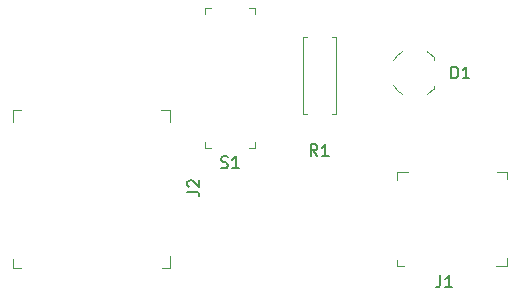
<source format=gto>
%TF.GenerationSoftware,KiCad,Pcbnew,(5.1.9)-1*%
%TF.CreationDate,2021-04-25T09:03:39-04:00*%
%TF.ProjectId,PowerStripper,506f7765-7253-4747-9269-707065722e6b,v01*%
%TF.SameCoordinates,Original*%
%TF.FileFunction,Legend,Top*%
%TF.FilePolarity,Positive*%
%FSLAX46Y46*%
G04 Gerber Fmt 4.6, Leading zero omitted, Abs format (unit mm)*
G04 Created by KiCad (PCBNEW (5.1.9)-1) date 2021-04-25 09:03:39*
%MOMM*%
%LPD*%
G01*
G04 APERTURE LIST*
%ADD10C,0.100000*%
%ADD11C,0.120000*%
%ADD12C,0.150000*%
G04 APERTURE END LIST*
D10*
%TO.C,J1*%
X125328800Y-108242200D02*
X125353800Y-108242200D01*
X125328800Y-108892200D02*
X125328800Y-108242200D01*
X126203800Y-108242200D02*
X125353800Y-108242200D01*
X133728800Y-108242200D02*
X134578800Y-108242200D01*
X134578800Y-108242200D02*
X134578800Y-108867200D01*
X133653800Y-116192200D02*
X134578800Y-116192200D01*
X134578800Y-116192200D02*
X134578800Y-115567200D01*
X125903800Y-116192200D02*
X125328800Y-116192200D01*
X125328800Y-116192200D02*
X125328800Y-115717200D01*
%TO.C,J2*%
X106109800Y-116352200D02*
X105384800Y-116352200D01*
X106109800Y-115402200D02*
X106109800Y-116352200D01*
X106109800Y-103002200D02*
X105309800Y-103002200D01*
X106109800Y-104027200D02*
X106109800Y-103002200D01*
X92779800Y-116352200D02*
X92779800Y-115652200D01*
X93429800Y-116352200D02*
X92779800Y-116352200D01*
X92779800Y-103002200D02*
X93454800Y-103002200D01*
X92779800Y-103977200D02*
X92779800Y-103002200D01*
%TO.C,D1*%
X128422200Y-98522800D02*
X128422200Y-98772800D01*
X128422200Y-101222800D02*
X128422200Y-100972800D01*
X127817667Y-98031185D02*
G75*
G02*
X128422200Y-98522800I-995467J-1841615D01*
G01*
X128429485Y-101228947D02*
G75*
G02*
X127822200Y-101722800I-1607285J1356147D01*
G01*
X124972200Y-98872800D02*
G75*
G02*
X125822200Y-98022800I1850000J-1000000D01*
G01*
X125822200Y-101722800D02*
G75*
G02*
X124972200Y-100872800I1000000J1850000D01*
G01*
D11*
%TO.C,R1*%
X119759600Y-96831400D02*
X120089600Y-96831400D01*
X120089600Y-96831400D02*
X120089600Y-103371400D01*
X120089600Y-103371400D02*
X119759600Y-103371400D01*
X117679600Y-96831400D02*
X117349600Y-96831400D01*
X117349600Y-96831400D02*
X117349600Y-103371400D01*
X117349600Y-103371400D02*
X117679600Y-103371400D01*
D10*
%TO.C,S1*%
X109050400Y-94341400D02*
X109050400Y-94841400D01*
X109050400Y-94341400D02*
X109550400Y-94341400D01*
X109050400Y-106241400D02*
X109550400Y-106241400D01*
X109050400Y-106241400D02*
X109050400Y-105741400D01*
X113250400Y-106241400D02*
X112750400Y-106241400D01*
X113250400Y-106241400D02*
X113250400Y-105741400D01*
X113250400Y-94341400D02*
X112750400Y-94341400D01*
X113250400Y-94341400D02*
X113250400Y-94841400D01*
%TO.C,J1*%
D12*
X128970466Y-116994580D02*
X128970466Y-117708866D01*
X128922847Y-117851723D01*
X128827609Y-117946961D01*
X128684752Y-117994580D01*
X128589514Y-117994580D01*
X129970466Y-117994580D02*
X129399038Y-117994580D01*
X129684752Y-117994580D02*
X129684752Y-116994580D01*
X129589514Y-117137438D01*
X129494276Y-117232676D01*
X129399038Y-117280295D01*
%TO.C,J2*%
X107552180Y-109935533D02*
X108266466Y-109935533D01*
X108409323Y-109983152D01*
X108504561Y-110078390D01*
X108552180Y-110221247D01*
X108552180Y-110316485D01*
X107647419Y-109506961D02*
X107599800Y-109459342D01*
X107552180Y-109364104D01*
X107552180Y-109126009D01*
X107599800Y-109030771D01*
X107647419Y-108983152D01*
X107742657Y-108935533D01*
X107837895Y-108935533D01*
X107980752Y-108983152D01*
X108552180Y-109554580D01*
X108552180Y-108935533D01*
%TO.C,D1*%
X129894104Y-100325180D02*
X129894104Y-99325180D01*
X130132200Y-99325180D01*
X130275057Y-99372800D01*
X130370295Y-99468038D01*
X130417914Y-99563276D01*
X130465533Y-99753752D01*
X130465533Y-99896609D01*
X130417914Y-100087085D01*
X130370295Y-100182323D01*
X130275057Y-100277561D01*
X130132200Y-100325180D01*
X129894104Y-100325180D01*
X131417914Y-100325180D02*
X130846485Y-100325180D01*
X131132200Y-100325180D02*
X131132200Y-99325180D01*
X131036961Y-99468038D01*
X130941723Y-99563276D01*
X130846485Y-99610895D01*
%TO.C,R1*%
X118552933Y-106903780D02*
X118219600Y-106427590D01*
X117981504Y-106903780D02*
X117981504Y-105903780D01*
X118362457Y-105903780D01*
X118457695Y-105951400D01*
X118505314Y-105999019D01*
X118552933Y-106094257D01*
X118552933Y-106237114D01*
X118505314Y-106332352D01*
X118457695Y-106379971D01*
X118362457Y-106427590D01*
X117981504Y-106427590D01*
X119505314Y-106903780D02*
X118933885Y-106903780D01*
X119219600Y-106903780D02*
X119219600Y-105903780D01*
X119124361Y-106046638D01*
X119029123Y-106141876D01*
X118933885Y-106189495D01*
%TO.C,S1*%
X110388495Y-107872161D02*
X110531352Y-107919780D01*
X110769447Y-107919780D01*
X110864685Y-107872161D01*
X110912304Y-107824542D01*
X110959923Y-107729304D01*
X110959923Y-107634066D01*
X110912304Y-107538828D01*
X110864685Y-107491209D01*
X110769447Y-107443590D01*
X110578971Y-107395971D01*
X110483733Y-107348352D01*
X110436114Y-107300733D01*
X110388495Y-107205495D01*
X110388495Y-107110257D01*
X110436114Y-107015019D01*
X110483733Y-106967400D01*
X110578971Y-106919780D01*
X110817066Y-106919780D01*
X110959923Y-106967400D01*
X111912304Y-107919780D02*
X111340876Y-107919780D01*
X111626590Y-107919780D02*
X111626590Y-106919780D01*
X111531352Y-107062638D01*
X111436114Y-107157876D01*
X111340876Y-107205495D01*
%TD*%
M02*

</source>
